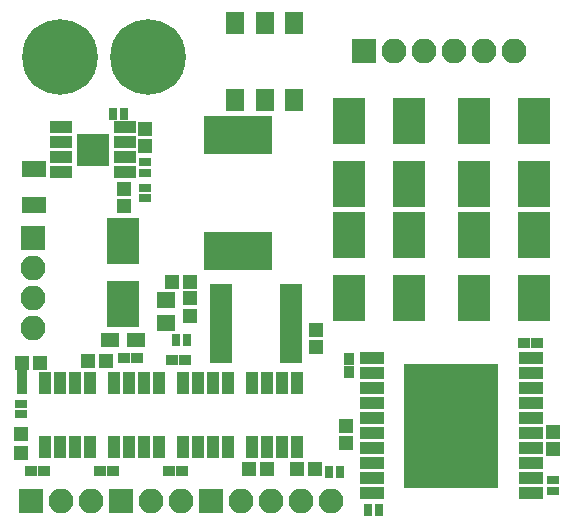
<source format=gts>
G04 #@! TF.FileFunction,Soldermask,Top*
%FSLAX46Y46*%
G04 Gerber Fmt 4.6, Leading zero omitted, Abs format (unit mm)*
G04 Created by KiCad (PCBNEW 4.0.6) date 12/03/17 01:19:17*
%MOMM*%
%LPD*%
G01*
G04 APERTURE LIST*
%ADD10C,0.100000*%
%ADD11R,1.150000X1.200000*%
%ADD12R,1.000000X0.900000*%
%ADD13R,0.900000X1.000000*%
%ADD14R,1.200000X1.150000*%
%ADD15R,2.700000X3.900000*%
%ADD16R,1.200000X1.200000*%
%ADD17R,2.100000X2.100000*%
%ADD18O,2.100000X2.100000*%
%ADD19C,6.400000*%
%ADD20R,1.600000X1.300000*%
%ADD21R,0.800000X1.000000*%
%ADD22R,1.000000X0.800000*%
%ADD23R,1.850000X0.850000*%
%ADD24R,1.950000X1.000000*%
%ADD25R,2.700000X2.700000*%
%ADD26R,2.051000X1.035000*%
%ADD27R,8.020000X10.560000*%
%ADD28R,1.000000X1.950000*%
%ADD29R,1.600000X1.900000*%
%ADD30R,5.800000X3.300000*%
%ADD31R,2.000000X1.400000*%
%ADD32R,1.650000X1.400000*%
G04 APERTURE END LIST*
D10*
D11*
X172720000Y-82435000D03*
X172720000Y-83935000D03*
X203454000Y-93738000D03*
X203454000Y-95238000D03*
X167132000Y-73164000D03*
X167132000Y-74664000D03*
D12*
X160316000Y-97028000D03*
X159216000Y-97028000D03*
X166158000Y-97028000D03*
X165058000Y-97028000D03*
X172000000Y-97028000D03*
X170900000Y-97028000D03*
X172254000Y-87630000D03*
X171154000Y-87630000D03*
X167115400Y-87503000D03*
X168215400Y-87503000D03*
D13*
X158496000Y-90085000D03*
X158496000Y-88985000D03*
D11*
X183388000Y-86602000D03*
X183388000Y-85102000D03*
D12*
X202073600Y-86207600D03*
X200973600Y-86207600D03*
D11*
X168910000Y-69584000D03*
X168910000Y-68084000D03*
D14*
X171208000Y-81026000D03*
X172708000Y-81026000D03*
X164096000Y-87757000D03*
X165596000Y-87757000D03*
D13*
X186182000Y-88688000D03*
X186182000Y-87588000D03*
D14*
X160008000Y-87884000D03*
X158508000Y-87884000D03*
D11*
X185928000Y-93230000D03*
X185928000Y-94730000D03*
D14*
X177685000Y-96901000D03*
X179185000Y-96901000D03*
X183249000Y-96901000D03*
X181749000Y-96901000D03*
D15*
X196723000Y-82456000D03*
X196723000Y-77056000D03*
X196723000Y-72804000D03*
X196723000Y-67404000D03*
X201803000Y-82456000D03*
X201803000Y-77056000D03*
X201803000Y-72804000D03*
X201803000Y-67404000D03*
X167005000Y-77564000D03*
X167005000Y-82964000D03*
D16*
X158369000Y-93942000D03*
X158369000Y-95542000D03*
D15*
X191262000Y-82456000D03*
X191262000Y-77056000D03*
X191262000Y-72804000D03*
X191262000Y-67404000D03*
X186182000Y-82456000D03*
X186182000Y-77056000D03*
X186182000Y-72804000D03*
X186182000Y-67404000D03*
D17*
X187452000Y-61468000D03*
D18*
X189992000Y-61468000D03*
X192532000Y-61468000D03*
X195072000Y-61468000D03*
X197612000Y-61468000D03*
X200152000Y-61468000D03*
D19*
X161671000Y-61976000D03*
X169171000Y-61976000D03*
D17*
X166878000Y-99568000D03*
D18*
X169418000Y-99568000D03*
X171958000Y-99568000D03*
D17*
X159258000Y-99568000D03*
D18*
X161798000Y-99568000D03*
X164338000Y-99568000D03*
D20*
X168105000Y-85979000D03*
X165905000Y-85979000D03*
D21*
X171508000Y-85979000D03*
X172408000Y-85979000D03*
D22*
X203454000Y-98748000D03*
X203454000Y-97848000D03*
X168910000Y-71824000D03*
X168910000Y-70924000D03*
X168910000Y-73983000D03*
X168910000Y-73083000D03*
D21*
X188664000Y-100330000D03*
X187764000Y-100330000D03*
X167074000Y-66802000D03*
X166174000Y-66802000D03*
D22*
X158369000Y-91371000D03*
X158369000Y-92271000D03*
D23*
X175358000Y-81657000D03*
X175358000Y-82307000D03*
X175358000Y-82957000D03*
X175358000Y-83607000D03*
X175358000Y-84257000D03*
X175358000Y-84907000D03*
X175358000Y-85557000D03*
X175358000Y-86207000D03*
X175358000Y-86857000D03*
X175358000Y-87507000D03*
X181258000Y-87507000D03*
X181258000Y-86857000D03*
X181258000Y-86207000D03*
X181258000Y-85557000D03*
X181258000Y-84907000D03*
X181258000Y-84257000D03*
X181258000Y-83607000D03*
X181258000Y-82957000D03*
X181258000Y-82307000D03*
X181258000Y-81657000D03*
D24*
X167165000Y-71755000D03*
X167165000Y-70485000D03*
X167165000Y-69215000D03*
X167165000Y-67945000D03*
X161765000Y-67945000D03*
X161765000Y-69215000D03*
X161765000Y-70485000D03*
X161765000Y-71755000D03*
D25*
X164465000Y-69850000D03*
D26*
X201549000Y-98933000D03*
X201549000Y-97663000D03*
X201549000Y-96393000D03*
X201549000Y-95123000D03*
X201549000Y-93853000D03*
X201549000Y-92583000D03*
X201549000Y-91313000D03*
X201549000Y-90043000D03*
X201549000Y-88773000D03*
X201549000Y-87503000D03*
X188087000Y-87503000D03*
X188087000Y-88773000D03*
X188087000Y-90043000D03*
X188087000Y-91313000D03*
X188087000Y-92583000D03*
X188087000Y-93853000D03*
X188087000Y-95123000D03*
X188087000Y-96393000D03*
X188087000Y-97663000D03*
X188087000Y-98933000D03*
D27*
X194818000Y-93218000D03*
D28*
X172085000Y-95029000D03*
X173355000Y-95029000D03*
X174625000Y-95029000D03*
X175895000Y-95029000D03*
X175895000Y-89629000D03*
X174625000Y-89629000D03*
X173355000Y-89629000D03*
X172085000Y-89629000D03*
X166243000Y-95029000D03*
X167513000Y-95029000D03*
X168783000Y-95029000D03*
X170053000Y-95029000D03*
X170053000Y-89629000D03*
X168783000Y-89629000D03*
X167513000Y-89629000D03*
X166243000Y-89629000D03*
X160401000Y-95029000D03*
X161671000Y-95029000D03*
X162941000Y-95029000D03*
X164211000Y-95029000D03*
X164211000Y-89629000D03*
X162941000Y-89629000D03*
X161671000Y-89629000D03*
X160401000Y-89629000D03*
D17*
X159385000Y-77343000D03*
D18*
X159385000Y-79883000D03*
X159385000Y-82423000D03*
X159385000Y-84963000D03*
D28*
X181737000Y-89629000D03*
X180467000Y-89629000D03*
X179197000Y-89629000D03*
X177927000Y-89629000D03*
X177927000Y-95029000D03*
X179197000Y-95029000D03*
X180467000Y-95029000D03*
X181737000Y-95029000D03*
D17*
X174498000Y-99568000D03*
D18*
X177038000Y-99568000D03*
X179578000Y-99568000D03*
X182118000Y-99568000D03*
X184658000Y-99568000D03*
D21*
X185362000Y-97155000D03*
X184462000Y-97155000D03*
D29*
X176530000Y-59159000D03*
X179030000Y-59159000D03*
X181530000Y-59159000D03*
X181530000Y-65659000D03*
X179030000Y-65659000D03*
X176530000Y-65659000D03*
D30*
X176784000Y-68580000D03*
X176784000Y-78480000D03*
D31*
X159512000Y-71525000D03*
X159512000Y-74525000D03*
D32*
X170688000Y-84566000D03*
X170688000Y-82566000D03*
M02*

</source>
